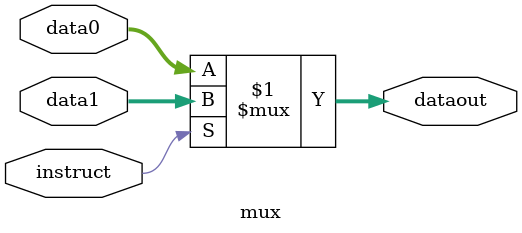
<source format=v>
`timescale 1ns / 1ps

//¶þÑ¡Ò»32Î»Êý¾ÝÑ¡ÔñÆ÷
module mux(
    input instruct,
    input [31:0] data0,
    input [31:0] data1,
    output [31:0] dataout
    );
//instruct=0 data0
//instruct=1 data1
assign dataout = instruct ? data1 : data0;
endmodule

</source>
